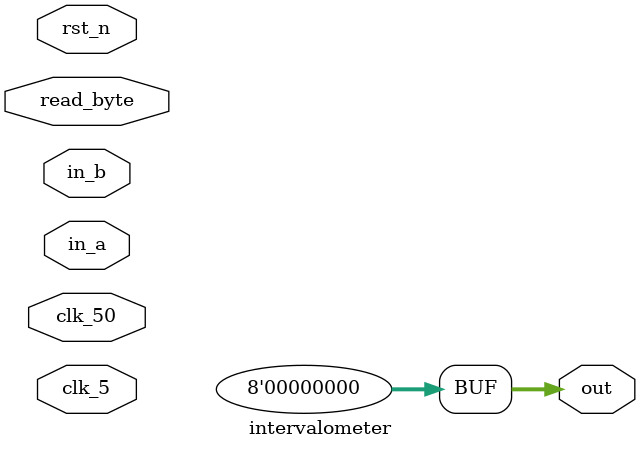
<source format=v>
module intervalometer(
   input clk_50,
   input clk_5,
   input rst_n,
   input in_a,
   input in_b,
   input [3:0] read_byte,
   output [7:0] out = 8'd0
);

	reg signed [31:0] interval = 32'h00000000;
	wire signed [25:0] cnt_1;
	wire signed [25:0] cnt_2;
	wire [8:0]  cnt_3;
	wire cout_3;
	wire [1:0] overflow;

	reg [1:0] en;
	wire [1:0] ready;
	wire [1:0] start;
	reg ready_all = 1'b0;
	reg overflow_all = 1'b0;

	reg [1:0] a;
	reg [1:0] b;
	wire [1:0] sign;
	reg [1:0] q_sign;

	wire en_wr;
	reg count_stop = 1'b0;

	wire clrn;
	wire [1:0] cnt_en;

	lock_and_count lac_1(
		.in_a(in_a),
		.in_b(in_b),
		.clk(clk_50),
		.clrn(clrn),
		.result(cnt_1),
		.overflow(overflow[0]),
		.stop(ready[0]),
		.cnt_en(cnt_en[0])
	);

	lock_and_count lac_2(
		.in_a(in_a),
		.in_b(in_b),
		.clk(~clk_50),
		.clrn(clrn),
		.result(cnt_2),
		.overflow(overflow[1]),
		.stop(ready[1]),
		.cnt_en(cnt_en[1])
	);

	always @(posedge clk_50)
	begin
		overflow_all <= overflow[0] | overflow[1];
		ready_all    <= ready[0] & ready[1];  
		count_stop   <= ready_all | overflow_all;
	end

	wire signed [31:0] summa = cnt_1 + cnt_2;
	wire signed [31:0] result = overflow_all ? 32'h7FFFFFFF : summa;
		
	fix_and_clear_ivi f_n_clrn_ivi(
		.clk(clk_5),
		.rst_n(rst_n),
		.en(count_stop),
		.fix(en_wr),
		.clrn(clrn)
	);

	always @(posedge en_wr)
		interval <= result;

	assign out = read_byte[0] ? interval[7:0]   : 8'hz;
	assign out = read_byte[1] ? interval[15:8]  : 8'hz;
	assign out = read_byte[2] ? interval[23:16] : 8'hz;
	assign out = read_byte[3] ? interval[31:24] : 8'hz;

endmodule

</source>
